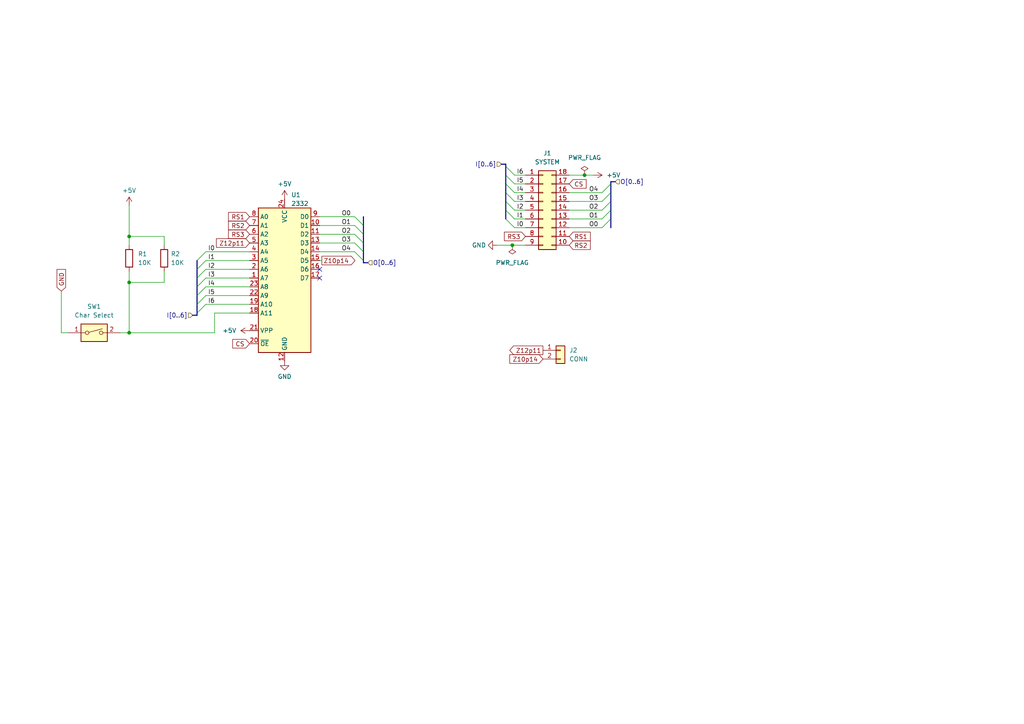
<source format=kicad_sch>
(kicad_sch (version 20230121) (generator eeschema)
  (paper "A4")
  (lib_symbols
    (symbol "Charmap:2532"
      (property "Reference" "U" (at -7.62 20.32 0))
      (property "Value" "2532" (at 2.54 -24.13 0))
      (symbol "2532_1_1"
        (rectangle (start -7.62 19.05) (end 7.62 -22.86) (stroke (width 0.254)) (fill (type background)))
        (pin input line (at -10.16 -1.27 0) (length 2.54) (name "A7") (number "1"))
        (pin tri_state line (at 10.16 13.97 180) (length 2.54) (name "D1") (number "10"))
        (pin tri_state line (at 10.16 11.43 180) (length 2.54) (name "D2") (number "11"))
        (pin power_in line (at 0 -25.4 90) (length 2.54) (name "GND") (number "12"))
        (pin tri_state line (at 10.16 8.89 180) (length 2.54) (name "D3") (number "13"))
        (pin tri_state line (at 10.16 6.35 180) (length 2.54) (name "D4") (number "14"))
        (pin tri_state line (at 10.16 3.81 180) (length 2.54) (name "D5") (number "15"))
        (pin tri_state line (at 10.16 1.27 180) (length 2.54) (name "D6") (number "16"))
        (pin tri_state line (at 10.16 -1.27 180) (length 2.54) (name "D7") (number "17"))
        (pin input line (at -10.16 -11.43 0) (length 2.54) (name "A11") (number "18"))
        (pin input line (at -10.16 -8.89 0) (length 2.54) (name "A10") (number "19"))
        (pin input line (at -10.16 1.27 0) (length 2.54) (name "A6") (number "2"))
        (pin input line (at -10.16 -20.32 0) (length 2.54) (name "~{OE}") (number "20"))
        (pin input line (at -10.16 -16.51 0) (length 2.54) (name "VPP") (number "21"))
        (pin input line (at -10.16 -6.35 0) (length 2.54) (name "A9") (number "22"))
        (pin input line (at -10.16 -3.81 0) (length 2.54) (name "A8") (number "23"))
        (pin power_in line (at 0 21.59 270) (length 2.54) (name "VCC") (number "24"))
        (pin input line (at -10.16 3.81 0) (length 2.54) (name "A5") (number "3"))
        (pin input line (at -10.16 6.35 0) (length 2.54) (name "A4") (number "4"))
        (pin input line (at -10.16 8.89 0) (length 2.54) (name "A3") (number "5"))
        (pin input line (at -10.16 11.43 0) (length 2.54) (name "A2") (number "6"))
        (pin input line (at -10.16 13.97 0) (length 2.54) (name "A1") (number "7"))
        (pin input line (at -10.16 16.51 0) (length 2.54) (name "A0") (number "8"))
        (pin tri_state line (at 10.16 16.51 180) (length 2.54) (name "D0") (number "9"))
      )
    )
    (symbol "Connector_Generic:Conn_01x02" (pin_names (offset 1.016) hide)
      (property "Reference" "J" (at 0 2.54 0))
      (property "Value" "Conn_01x02" (at 0 -5.08 0))
      (symbol "Conn_01x02_1_1"
        (rectangle (start -1.27 -2.413) (end 0 -2.667) (stroke (width 0.1524)))
        (rectangle (start -1.27 0.127) (end 0 -0.127) (stroke (width 0.1524)))
        (rectangle (start -1.27 1.27) (end 1.27 -3.81) (stroke (width 0.254)) (fill (type background)))
        (pin passive line (at -5.08 0 0) (length 3.81) (name "Pin_1") (number "1"))
        (pin passive line (at -5.08 -2.54 0) (length 3.81) (name "Pin_2") (number "2"))
      )
    )
    (symbol "Connector_Generic:Conn_02x09_Counter_Clockwise" (pin_names (offset 1.016) hide)
      (property "Reference" "J" (at 1.27 12.7 0))
      (property "Value" "Conn_02x09_Counter_Clockwise" (at 1.27 -12.7 0))
      (symbol "Conn_02x09_Counter_Clockwise_1_1"
        (rectangle (start -1.27 -10.033) (end 0 -10.287) (stroke (width 0.1524)))
        (rectangle (start -1.27 -7.493) (end 0 -7.747) (stroke (width 0.1524)))
        (rectangle (start -1.27 -4.953) (end 0 -5.207) (stroke (width 0.1524)))
        (rectangle (start -1.27 -2.413) (end 0 -2.667) (stroke (width 0.1524)))
        (rectangle (start -1.27 0.127) (end 0 -0.127) (stroke (width 0.1524)))
        (rectangle (start -1.27 2.667) (end 0 2.413) (stroke (width 0.1524)))
        (rectangle (start -1.27 5.207) (end 0 4.953) (stroke (width 0.1524)))
        (rectangle (start -1.27 7.747) (end 0 7.493) (stroke (width 0.1524)))
        (rectangle (start -1.27 10.287) (end 0 10.033) (stroke (width 0.1524)))
        (rectangle (start -1.27 11.43) (end 3.81 -11.43) (stroke (width 0.254)) (fill (type background)))
        (rectangle (start 3.81 -10.033) (end 2.54 -10.287) (stroke (width 0.1524)))
        (rectangle (start 3.81 -7.493) (end 2.54 -7.747) (stroke (width 0.1524)))
        (rectangle (start 3.81 -4.953) (end 2.54 -5.207) (stroke (width 0.1524)))
        (rectangle (start 3.81 -2.413) (end 2.54 -2.667) (stroke (width 0.1524)))
        (rectangle (start 3.81 0.127) (end 2.54 -0.127) (stroke (width 0.1524)))
        (rectangle (start 3.81 2.667) (end 2.54 2.413) (stroke (width 0.1524)))
        (rectangle (start 3.81 5.207) (end 2.54 4.953) (stroke (width 0.1524)))
        (rectangle (start 3.81 7.747) (end 2.54 7.493) (stroke (width 0.1524)))
        (rectangle (start 3.81 10.287) (end 2.54 10.033) (stroke (width 0.1524)))
        (pin passive line (at -5.08 10.16 0) (length 3.81) (name "Pin_1") (number "1"))
        (pin passive line (at 7.62 -10.16 180) (length 3.81) (name "Pin_10") (number "10"))
        (pin passive line (at 7.62 -7.62 180) (length 3.81) (name "Pin_11") (number "11"))
        (pin passive line (at 7.62 -5.08 180) (length 3.81) (name "Pin_12") (number "12"))
        (pin passive line (at 7.62 -2.54 180) (length 3.81) (name "Pin_13") (number "13"))
        (pin passive line (at 7.62 0 180) (length 3.81) (name "Pin_14") (number "14"))
        (pin passive line (at 7.62 2.54 180) (length 3.81) (name "Pin_15") (number "15"))
        (pin passive line (at 7.62 5.08 180) (length 3.81) (name "Pin_16") (number "16"))
        (pin passive line (at 7.62 7.62 180) (length 3.81) (name "Pin_17") (number "17"))
        (pin passive line (at 7.62 10.16 180) (length 3.81) (name "Pin_18") (number "18"))
        (pin passive line (at -5.08 7.62 0) (length 3.81) (name "Pin_2") (number "2"))
        (pin passive line (at -5.08 5.08 0) (length 3.81) (name "Pin_3") (number "3"))
        (pin passive line (at -5.08 2.54 0) (length 3.81) (name "Pin_4") (number "4"))
        (pin passive line (at -5.08 0 0) (length 3.81) (name "Pin_5") (number "5"))
        (pin passive line (at -5.08 -2.54 0) (length 3.81) (name "Pin_6") (number "6"))
        (pin passive line (at -5.08 -5.08 0) (length 3.81) (name "Pin_7") (number "7"))
        (pin passive line (at -5.08 -7.62 0) (length 3.81) (name "Pin_8") (number "8"))
        (pin passive line (at -5.08 -10.16 0) (length 3.81) (name "Pin_9") (number "9"))
      )
    )
    (symbol "Device:R" (pin_numbers hide) (pin_names (offset 0))
      (property "Reference" "R" (at 2.032 0 90))
      (property "Value" "R" (at 0 0 90))
      (symbol "R_0_1"
        (rectangle (start -1.016 -2.54) (end 1.016 2.54) (stroke (width 0.254)))
      )
      (symbol "R_1_1"
        (pin passive line (at 0 3.81 270) (length 1.27) (name "~") (number "1"))
        (pin passive line (at 0 -3.81 90) (length 1.27) (name "~") (number "2"))
      )
    )
    (symbol "Switch:SW_DIP_x01" (pin_names (offset 0) hide)
      (property "Reference" "SW" (at 0 3.81 0))
      (property "Value" "SW_DIP_x01" (at 0 -3.81 0))
      (symbol "SW_DIP_x01_0_0"
        (circle (center -2.032 0) (radius 0.508))
        (polyline (pts (xy -1.524 0.127) (xy 2.3622 1.1684)))
        (circle (center 2.032 0) (radius 0.508))
      )
      (symbol "SW_DIP_x01_0_1"
        (rectangle (start -3.81 2.54) (end 3.81 -2.54) (stroke (width 0.254)) (fill (type background)))
      )
      (symbol "SW_DIP_x01_1_1"
        (pin passive line (at -7.62 0 0) (length 5.08) (name "~") (number "1"))
        (pin passive line (at 7.62 0 180) (length 5.08) (name "~") (number "2"))
      )
    )
    (symbol "power:+5V" (power) (pin_names (offset 0))
      (property "Value" "+5V" (at 0 3.556 0))
      (symbol "+5V_0_1"
        (polyline (pts (xy -0.762 1.27) (xy 0 2.54)))
        (polyline (pts (xy 0 0) (xy 0 2.54)))
        (polyline (pts (xy 0 2.54) (xy 0.762 1.27)))
      )
      (symbol "+5V_1_1"
        (pin power_in line (at 0 0 90) (length 0) hide (name "+5V") (number "1"))
      )
    )
    (symbol "power:GND" (power) (pin_names (offset 0))
      (property "Value" "GND" (at 0 -3.81 0))
      (symbol "GND_0_1"
        (polyline (pts (xy 0 0) (xy 0 -1.27) (xy 1.27 -1.27) (xy 0 -2.54) (xy -1.27 -1.27) (xy 0 -1.27)))
      )
      (symbol "GND_1_1"
        (pin power_in line (at 0 0 270) (length 0) hide (name "GND") (number "1"))
      )
    )
    (symbol "power:PWR_FLAG" (power) (pin_numbers hide) (pin_names (offset 0) hide)
      (property "Value" "PWR_FLAG" (at 0 3.81 0))
      (symbol "PWR_FLAG_0_0"
        (pin power_out line (at 0 0 90) (length 0) (name "pwr") (number "1"))
      )
      (symbol "PWR_FLAG_0_1"
        (polyline (pts (xy 0 0) (xy 0 1.27) (xy -1.016 1.905) (xy 0 2.54) (xy 1.016 1.905) (xy 0 1.27)))
      )
    )
  )
  (junction (at 37.465 68.58))
  (junction (at 148.59 71.12))
  (junction (at 169.545 50.8))
  (junction (at 37.465 81.915))
  (junction (at 37.465 96.52))
  (no_connect (at 92.71 78.105))
  (no_connect (at 92.71 80.645))
  (bus_entry (at 146.685 55.88) (size 2.54 2.54))
  (bus_entry (at 105.41 75.565) (size -2.54 -2.54))
  (bus_entry (at 146.685 63.5) (size 2.54 2.54))
  (bus_entry (at 57.15 83.185) (size 2.54 -2.54))
  (bus_entry (at 177.165 53.34) (size -2.54 2.54))
  (bus_entry (at 57.15 85.725) (size 2.54 -2.54))
  (bus_entry (at 105.41 67.945) (size -2.54 -2.54))
  (bus_entry (at 177.165 63.5) (size -2.54 2.54))
  (bus_entry (at 146.685 58.42) (size 2.54 2.54))
  (bus_entry (at 146.685 60.96) (size 2.54 2.54))
  (bus_entry (at 57.15 88.265) (size 2.54 -2.54))
  (bus_entry (at 57.15 90.805) (size 2.54 -2.54))
  (bus_entry (at 57.15 75.565) (size 2.54 -2.54))
  (bus_entry (at 146.685 50.8) (size 2.54 2.54))
  (bus_entry (at 146.685 48.26) (size 2.54 2.54))
  (bus_entry (at 177.165 55.88) (size -2.54 2.54))
  (bus_entry (at 105.41 70.485) (size -2.54 -2.54))
  (bus_entry (at 57.15 78.105) (size 2.54 -2.54))
  (bus_entry (at 57.15 80.645) (size 2.54 -2.54))
  (bus_entry (at 177.165 60.96) (size -2.54 2.54))
  (bus_entry (at 146.685 53.34) (size 2.54 2.54))
  (bus_entry (at 105.41 65.405) (size -2.54 -2.54))
  (bus_entry (at 105.41 73.025) (size -2.54 -2.54))
  (bus_entry (at 177.165 58.42) (size -2.54 2.54))
  (wire (pts (xy 92.71 73.025) (xy 102.87 73.025)))
  (wire (pts (xy 62.23 90.805) (xy 72.39 90.805)))
  (wire (pts (xy 47.625 81.915) (xy 37.465 81.915)))
  (wire (pts (xy 37.465 68.58) (xy 37.465 71.12)))
  (wire (pts (xy 172.085 50.8) (xy 169.545 50.8)))
  (bus (pts (xy 146.685 53.34) (xy 146.685 55.88)))
  (bus (pts (xy 105.41 75.565) (xy 105.41 73.025)))
  (wire (pts (xy 47.625 78.74) (xy 47.625 81.915)))
  (bus (pts (xy 178.435 52.705) (xy 177.165 52.705)))
  (wire (pts (xy 149.225 63.5) (xy 152.4 63.5)))
  (bus (pts (xy 177.165 55.88) (xy 177.165 58.42)))
  (wire (pts (xy 92.71 67.945) (xy 102.87 67.945)))
  (wire (pts (xy 149.225 55.88) (xy 152.4 55.88)))
  (wire (pts (xy 92.71 62.865) (xy 102.87 62.865)))
  (bus (pts (xy 105.41 67.945) (xy 105.41 65.405)))
  (bus (pts (xy 105.41 70.485) (xy 105.41 67.945)))
  (wire (pts (xy 92.71 75.565) (xy 93.345 75.565)))
  (wire (pts (xy 165.1 55.88) (xy 174.625 55.88)))
  (wire (pts (xy 17.78 96.52) (xy 17.78 84.455)))
  (wire (pts (xy 165.1 60.96) (xy 174.625 60.96)))
  (wire (pts (xy 149.225 58.42) (xy 152.4 58.42)))
  (wire (pts (xy 37.465 96.52) (xy 62.23 96.52)))
  (bus (pts (xy 177.165 58.42) (xy 177.165 60.96)))
  (bus (pts (xy 57.15 91.44) (xy 57.15 90.805)))
  (wire (pts (xy 19.685 96.52) (xy 17.78 96.52)))
  (bus (pts (xy 177.165 53.34) (xy 177.165 55.88)))
  (bus (pts (xy 146.685 58.42) (xy 146.685 60.96)))
  (wire (pts (xy 37.465 68.58) (xy 47.625 68.58)))
  (wire (pts (xy 34.925 96.52) (xy 37.465 96.52)))
  (wire (pts (xy 47.625 68.58) (xy 47.625 71.12)))
  (wire (pts (xy 165.1 63.5) (xy 174.625 63.5)))
  (wire (pts (xy 59.69 80.645) (xy 72.39 80.645)))
  (wire (pts (xy 59.69 83.185) (xy 72.39 83.185)))
  (wire (pts (xy 144.145 71.12) (xy 148.59 71.12)))
  (bus (pts (xy 146.685 60.96) (xy 146.685 63.5)))
  (bus (pts (xy 106.68 76.2) (xy 105.41 76.2)))
  (bus (pts (xy 146.685 47.625) (xy 146.685 48.26)))
  (bus (pts (xy 105.41 73.025) (xy 105.41 70.485)))
  (bus (pts (xy 145.415 47.625) (xy 146.685 47.625)))
  (wire (pts (xy 59.69 73.025) (xy 72.39 73.025)))
  (bus (pts (xy 57.15 90.805) (xy 57.15 88.265)))
  (wire (pts (xy 37.465 78.74) (xy 37.465 81.915)))
  (bus (pts (xy 57.15 85.725) (xy 57.15 83.185)))
  (wire (pts (xy 59.69 85.725) (xy 72.39 85.725)))
  (wire (pts (xy 59.69 78.105) (xy 72.39 78.105)))
  (wire (pts (xy 37.465 81.915) (xy 37.465 96.52)))
  (wire (pts (xy 149.225 53.34) (xy 152.4 53.34)))
  (wire (pts (xy 59.69 75.565) (xy 72.39 75.565)))
  (wire (pts (xy 37.465 59.69) (xy 37.465 68.58)))
  (bus (pts (xy 57.15 80.645) (xy 57.15 78.105)))
  (wire (pts (xy 165.1 66.04) (xy 174.625 66.04)))
  (bus (pts (xy 177.165 63.5) (xy 177.165 66.04)))
  (bus (pts (xy 57.15 83.185) (xy 57.15 80.645)))
  (bus (pts (xy 177.165 52.705) (xy 177.165 53.34)))
  (bus (pts (xy 146.685 55.88) (xy 146.685 58.42)))
  (bus (pts (xy 105.41 76.2) (xy 105.41 75.565)))
  (wire (pts (xy 92.71 65.405) (xy 102.87 65.405)))
  (bus (pts (xy 55.88 91.44) (xy 57.15 91.44)))
  (wire (pts (xy 149.225 60.96) (xy 152.4 60.96)))
  (bus (pts (xy 177.165 60.96) (xy 177.165 63.5)))
  (wire (pts (xy 169.545 50.8) (xy 165.1 50.8)))
  (bus (pts (xy 146.685 50.8) (xy 146.685 53.34)))
  (wire (pts (xy 148.59 71.12) (xy 152.4 71.12)))
  (wire (pts (xy 62.23 96.52) (xy 62.23 90.805)))
  (wire (pts (xy 149.225 50.8) (xy 152.4 50.8)))
  (bus (pts (xy 146.685 48.26) (xy 146.685 50.8)))
  (bus (pts (xy 57.15 78.105) (xy 57.15 75.565)))
  (wire (pts (xy 59.69 88.265) (xy 72.39 88.265)))
  (wire (pts (xy 92.71 70.485) (xy 102.87 70.485)))
  (bus (pts (xy 57.15 88.265) (xy 57.15 85.725)))
  (bus (pts (xy 105.41 65.405) (xy 105.41 62.865)))
  (wire (pts (xy 165.1 58.42) (xy 174.625 58.42)))
  (wire (pts (xy 149.225 66.04) (xy 152.4 66.04)))
  (label "I1" (at 149.86 63.5 0))
  (label "O0" (at 170.815 66.04 0))
  (label "I5" (at 60.325 85.725 0))
  (label "I5" (at 149.86 53.34 0))
  (label "O2" (at 99.06 67.945 0))
  (label "I2" (at 149.86 60.96 0))
  (label "I3" (at 149.86 58.42 0))
  (label "I4" (at 60.325 83.185 0))
  (label "I3" (at 60.325 80.645 0))
  (label "O3" (at 99.06 70.485 0))
  (label "I0" (at 60.325 73.025 0))
  (label "O3" (at 170.815 58.42 0))
  (label "I2" (at 60.325 78.105 0))
  (label "O4" (at 170.815 55.88 0))
  (label "I4" (at 149.86 55.88 0))
  (label "O2" (at 170.815 60.96 0))
  (label "O1" (at 170.815 63.5 0))
  (label "O4" (at 99.06 73.025 0))
  (label "I0" (at 149.86 66.04 0))
  (label "I1" (at 60.325 75.565 0))
  (label "I6" (at 60.325 88.265 0))
  (label "I6" (at 149.86 50.8 0))
  (label "O0" (at 99.06 62.865 0))
  (label "O1" (at 99.06 65.405 0))
  (global_label "Z10p14" (shape output) (at 93.345 75.565 0) (property "Intersheetrefs" "${INTERSHEET_REFS}" (effects hide)))
  (global_label "Z12p11" (shape input) (at 72.39 70.485 180) (property "Intersheetrefs" "${INTERSHEET_REFS}" (effects hide)))
  (global_label "RS3" (shape input) (at 152.4 68.58 180) (property "Intersheetrefs" "${INTERSHEET_REFS}" (effects hide)))
  (global_label "RS2" (shape input) (at 72.39 65.405 180) (property "Intersheetrefs" "${INTERSHEET_REFS}" (effects hide)))
  (global_label "CS" (shape input) (at 165.1 53.34 0) (property "Intersheetrefs" "${INTERSHEET_REFS}" (effects hide)))
  (global_label "Z12p11" (shape output) (at 157.48 101.6 180) (property "Intersheetrefs" "${INTERSHEET_REFS}" (effects hide)))
  (global_label "GND" (shape input) (at 17.78 84.455 90) (property "Intersheetrefs" "${INTERSHEET_REFS}" (effects hide)))
  (global_label "RS2" (shape input) (at 165.1 71.12 0) (property "Intersheetrefs" "${INTERSHEET_REFS}" (effects hide)))
  (global_label "CS" (shape input) (at 72.39 99.695 180) (property "Intersheetrefs" "${INTERSHEET_REFS}" (effects hide)))
  (global_label "Z10p14" (shape input) (at 157.48 104.14 180) (property "Intersheetrefs" "${INTERSHEET_REFS}" (effects hide)))
  (global_label "RS1" (shape input) (at 72.39 62.865 180) (property "Intersheetrefs" "${INTERSHEET_REFS}" (effects hide)))
  (global_label "RS3" (shape input) (at 72.39 67.945 180) (property "Intersheetrefs" "${INTERSHEET_REFS}" (effects hide)))
  (global_label "RS1" (shape input) (at 165.1 68.58 0) (property "Intersheetrefs" "${INTERSHEET_REFS}" (effects hide)))
  (hierarchical_label "I[0..6]" (shape input) (at 55.88 91.44 180))
  (hierarchical_label "O[0..6]" (shape input) (at 106.68 76.2 0))
  (hierarchical_label "I[0..6]" (shape input) (at 145.415 47.625 180))
  (hierarchical_label "O[0..6]" (shape input) (at 178.435 52.705 0))
  (symbol (lib_id "power:+5V") (at 172.085 50.8 270) (unit 1)
    (property "Reference" "#PWR02" (effects hide))
    (property "Value" "+5V" (at 175.895 50.8 90) (effects (justify left)))
  )
  (symbol (lib_id "power:PWR_FLAG") (at 169.545 50.8 0) (unit 1)
    (property "Reference" "#FLG01" (effects hide))
    (property "Value" "PWR_FLAG" (at 169.545 45.72 0))
  )
  (symbol (lib_id "Charmap:2532") (at 82.55 79.375 0) (unit 1)
    (property "Reference" "U1" (at 84.455 56.515 0) (effects (justify left)))
    (property "Value" "2332" (at 84.455 59.055 0) (effects (justify left)))
    (property "Footprint" "Package_DIP:DIP-24_W15.24mm" (effects hide))
  )
  (symbol (lib_id "power:PWR_FLAG") (at 148.59 71.12 180) (unit 1)
    (property "Reference" "#FLG02" (effects hide))
    (property "Value" "PWR_FLAG" (at 148.59 76.2 0))
  )
  (symbol (lib_id "Connector_Generic:Conn_02x09_Counter_Clockwise") (at 157.48 60.96 0) (unit 1)
    (property "Reference" "J1" (at 158.75 44.45 0))
    (property "Value" "SYSTEM" (at 158.75 46.99 0))
    (property "Footprint" "TRS80ICHARMAP:CHARPLUG" (effects hide))
  )
  (symbol (lib_id "Connector_Generic:Conn_01x02") (at 162.56 101.6 0) (unit 1)
    (property "Reference" "J2" (at 165.1 101.6 0) (effects (justify left)))
    (property "Value" "CONN" (at 165.1 104.14 0) (effects (justify left)))
    (property "Footprint" "Connector_PinHeader_2.54mm:PinHeader_1x02_P2.54mm_Vertical" (effects hide))
  )
  (symbol (lib_id "power:+5V") (at 37.465 59.69 0) (unit 1)
    (property "Reference" "#PWR07" (effects hide))
    (property "Value" "+5V" (at 37.465 55.245 0))
  )
  (symbol (lib_id "Device:R") (at 37.465 74.93 0) (unit 1)
    (property "Reference" "R1" (at 40.005 73.6599 0) (effects (justify left)))
    (property "Value" "10K" (at 40.005 76.1999 0) (effects (justify left)))
    (property "Footprint" "Resistor_SMD:R_0805_2012Metric" (effects hide))
  )
  (symbol (lib_id "power:+5V") (at 72.39 95.885 90) (unit 1)
    (property "Reference" "#PWR05" (effects hide))
    (property "Value" "+5V" (at 68.58 95.885 90) (effects (justify left)))
  )
  (symbol (lib_id "power:+5V") (at 82.55 57.785 0) (unit 1)
    (property "Reference" "#PWR03" (effects hide))
    (property "Value" "+5V" (at 82.55 53.34 0))
  )
  (symbol (lib_id "Switch:SW_DIP_x01") (at 27.305 96.52 0) (unit 1)
    (property "Reference" "SW1" (at 27.305 88.9 0))
    (property "Value" "Char Select" (at 27.305 91.44 0))
    (property "Footprint" "Button_Switch_THT:SW_DIP_SPSTx01_Slide_6.7x4.1mm_W7.62mm_P2.54mm_LowProfile" (effects hide))
  )
  (symbol (lib_id "power:GND") (at 144.145 71.12 270) (unit 1)
    (property "Reference" "#PWR01" (effects hide))
    (property "Value" "GND" (at 140.97 71.12 90) (effects (justify right)))
  )
  (symbol (lib_id "power:GND") (at 82.55 104.775 0) (unit 1)
    (property "Reference" "#PWR04" (effects hide))
    (property "Value" "GND" (at 82.55 109.22 0))
  )
  (symbol (lib_id "Device:R") (at 47.625 74.93 0) (unit 1)
    (property "Reference" "R2" (at 49.53 73.66 0) (effects (justify left)))
    (property "Value" "10K" (at 49.53 76.2 0) (effects (justify left)))
    (property "Footprint" "Resistor_SMD:R_0402_1005Metric" (effects hide))
  )
)
</source>
